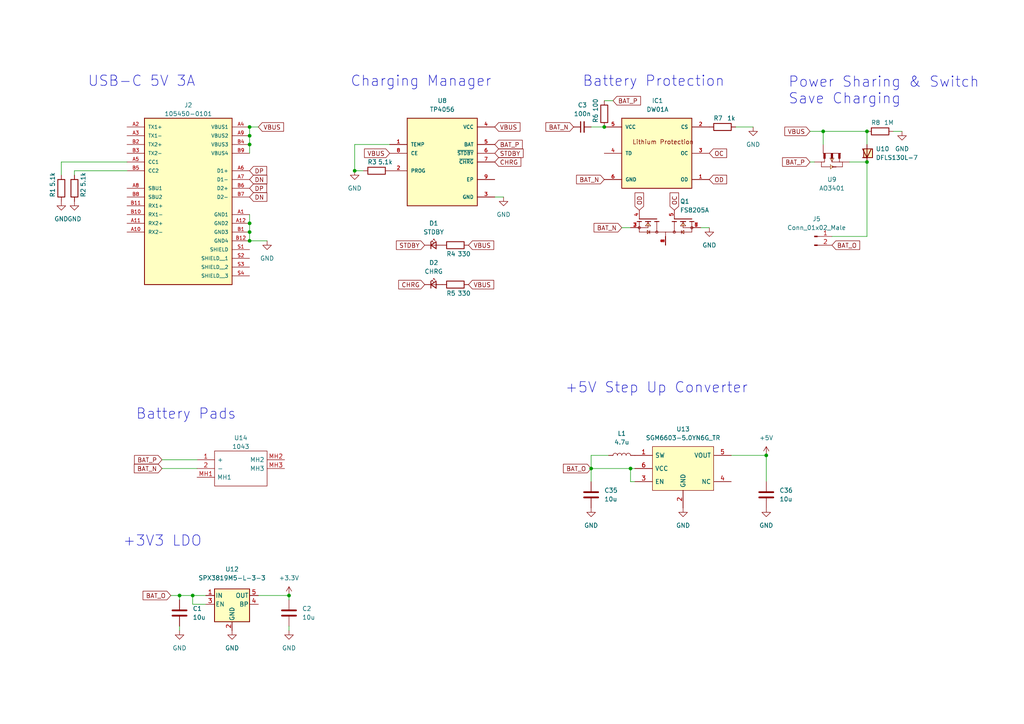
<source format=kicad_sch>
(kicad_sch (version 20230121) (generator eeschema)
  (paper "A4")
  (lib_symbols
    (symbol "1043:1043" (pin_names (offset 0.762))
      (property "Reference" "U" (at 21.59 7.62 0))
      (property "Value" "1043" (at 21.59 5.08 0))
      (symbol "1043_0_0"
        (pin passive line (at 0 0 0) (length 5.08) (name "+") (number "1"))
        (pin passive line (at 0 -2.54 0) (length 5.08) (name "-") (number "2"))
        (pin passive line (at 0 -5.08 0) (length 5.08) (name "MH1") (number "MH1"))
        (pin passive line (at 25.4 0 180) (length 5.08) (name "MH2") (number "MH2"))
        (pin passive line (at 25.4 -2.54 180) (length 5.08) (name "MH3") (number "MH3"))
      )
      (symbol "1043_0_1"
        (polyline (pts (xy 5.08 2.54) (xy 20.32 2.54) (xy 20.32 -7.62) (xy 5.08 -7.62) (xy 5.08 2.54)) (stroke (width 0.1524)))
      )
    )
    (symbol "105450-0101:105450-0101" (pin_names (offset 1.016))
      (property "Reference" "J" (at -12.7254 20.8534 0))
      (property "Value" "105450-0101" (at -12.7254 -30.5308 0))
      (symbol "105450-0101_0_0"
        (rectangle (start -12.7 -27.94) (end 12.7 20.32) (stroke (width 0.254)) (fill (type background)))
        (pin passive line (at 17.78 -7.62 180) (length 5.08) (name "GND1") (number "A1"))
        (pin passive line (at -17.78 -12.7 0) (length 5.08) (name "RX2-") (number "A10"))
        (pin passive line (at -17.78 -10.16 0) (length 5.08) (name "RX2+") (number "A11"))
        (pin passive line (at 17.78 -10.16 180) (length 5.08) (name "GND2") (number "A12"))
        (pin passive line (at -17.78 17.78 0) (length 5.08) (name "TX1+") (number "A2"))
        (pin passive line (at -17.78 15.24 0) (length 5.08) (name "TX1-") (number "A3"))
        (pin passive line (at 17.78 17.78 180) (length 5.08) (name "VBUS1") (number "A4"))
        (pin passive line (at -17.78 7.62 0) (length 5.08) (name "CC1") (number "A5"))
        (pin passive line (at 17.78 5.08 180) (length 5.08) (name "D1+") (number "A6"))
        (pin passive line (at 17.78 2.54 180) (length 5.08) (name "D1-") (number "A7"))
        (pin passive line (at -17.78 0 0) (length 5.08) (name "SBU1") (number "A8"))
        (pin passive line (at 17.78 15.24 180) (length 5.08) (name "VBUS2") (number "A9"))
        (pin passive line (at 17.78 -12.7 180) (length 5.08) (name "GND3") (number "B1"))
        (pin passive line (at -17.78 -7.62 0) (length 5.08) (name "RX1-") (number "B10"))
        (pin passive line (at -17.78 -5.08 0) (length 5.08) (name "RX1+") (number "B11"))
        (pin passive line (at 17.78 -15.24 180) (length 5.08) (name "GND4") (number "B12"))
        (pin passive line (at -17.78 12.7 0) (length 5.08) (name "TX2+") (number "B2"))
        (pin passive line (at -17.78 10.16 0) (length 5.08) (name "TX2-") (number "B3"))
        (pin passive line (at 17.78 12.7 180) (length 5.08) (name "VBUS3") (number "B4"))
        (pin passive line (at -17.78 5.08 0) (length 5.08) (name "CC2") (number "B5"))
        (pin passive line (at 17.78 0 180) (length 5.08) (name "D2+") (number "B6"))
        (pin passive line (at 17.78 -2.54 180) (length 5.08) (name "D2-") (number "B7"))
        (pin passive line (at -17.78 -2.54 0) (length 5.08) (name "SBU2") (number "B8"))
        (pin passive line (at 17.78 10.16 180) (length 5.08) (name "VBUS4") (number "B9"))
        (pin passive line (at 17.78 -17.78 180) (length 5.08) (name "SHIELD") (number "S1"))
        (pin passive line (at 17.78 -20.32 180) (length 5.08) (name "SHIELD__1") (number "S2"))
        (pin passive line (at 17.78 -22.86 180) (length 5.08) (name "SHIELD__2") (number "S3"))
        (pin passive line (at 17.78 -25.4 180) (length 5.08) (name "SHIELD__3") (number "S4"))
      )
    )
    (symbol "AO3401:AO3401" (pin_numbers hide) (pin_names (offset 1.016) hide)
      (property "Reference" "U" (at 0 -2.54 90))
      (property "Value" "AO3401" (at 2.54 -2.54 90))
      (symbol "AO3401_0_0"
        (polyline (pts (xy -0.508 -1.397) (xy 2.159 -1.397)) (stroke (width 0.1524)))
        (polyline (pts (xy -0.508 0) (xy -0.508 -1.397)) (stroke (width 0.1524)))
        (polyline (pts (xy 0 2.54) (xy 5.08 2.54)) (stroke (width 0.1524)))
        (polyline (pts (xy 0.381 0) (xy 0 0)) (stroke (width 0.1524)))
        (polyline (pts (xy 0.381 1.524) (xy 0.381 0)) (stroke (width 0.1524)))
        (polyline (pts (xy 2.54 0) (xy 4.699 0)) (stroke (width 0.1524)))
        (polyline (pts (xy 2.54 1.651) (xy 2.54 0)) (stroke (width 0.1524)))
        (polyline (pts (xy 3.048 -1.397) (xy 5.588 -1.397)) (stroke (width 0.1524)))
        (polyline (pts (xy 4.699 0) (xy 5.08 0)) (stroke (width 0.1524)))
        (polyline (pts (xy 4.699 1.524) (xy 4.699 0)) (stroke (width 0.1524)))
        (polyline (pts (xy 5.588 -1.397) (xy 5.588 0)) (stroke (width 0.1524)))
        (polyline (pts (xy 2.54 0.127) (xy 3.175 1.143) (xy 1.905 1.143) (xy 2.54 0.127)) (stroke (width 0.1016)) (fill (type background)))
        (polyline (pts (xy 3.048 -1.397) (xy 2.032 -0.762) (xy 2.032 -2.032) (xy 3.048 -1.397)) (stroke (width 0.1016)) (fill (type background)))
        (polyline (pts (xy 0.127 2.54) (xy 0.635 2.54) (xy 0.635 1.016) (xy 0.127 1.016) (xy 0.127 2.54)) (fill (type outline)))
        (polyline (pts (xy 2.286 2.54) (xy 2.794 2.54) (xy 2.794 1.016) (xy 2.286 1.016) (xy 2.286 2.54)) (fill (type outline)))
        (polyline (pts (xy 2.4892 -1.3462) (xy 3.7592 -1.3462) (xy 3.7592 -1.4478) (xy 2.4892 -1.4478) (xy 2.4892 -1.3462)) (fill (type outline)))
        (polyline (pts (xy 4.445 2.54) (xy 4.953 2.54) (xy 4.953 1.016) (xy 4.445 1.016) (xy 4.445 2.54)) (fill (type outline)))
        (pin passive line (at 0 5.08 270) (length 2.54) (name "~") (number "1"))
        (pin passive line (at 7.62 0 180) (length 2.54) (name "~") (number "2"))
        (pin passive line (at -2.54 0 0) (length 2.54) (name "~") (number "3"))
      )
    )
    (symbol "Connector:Conn_01x02_Male" (pin_names (offset 1.016) hide)
      (property "Reference" "J" (at 0 2.54 0))
      (property "Value" "Conn_01x02_Male" (at 0 -5.08 0))
      (symbol "Conn_01x02_Male_1_1"
        (polyline (pts (xy 1.27 -2.54) (xy 0.8636 -2.54)) (stroke (width 0.1524)))
        (polyline (pts (xy 1.27 0) (xy 0.8636 0)) (stroke (width 0.1524)))
        (rectangle (start 0.8636 -2.413) (end 0 -2.667) (stroke (width 0.1524)) (fill (type outline)))
        (rectangle (start 0.8636 0.127) (end 0 -0.127) (stroke (width 0.1524)) (fill (type outline)))
        (pin passive line (at 5.08 0 180) (length 3.81) (name "Pin_1") (number "1"))
        (pin passive line (at 5.08 -2.54 180) (length 3.81) (name "Pin_2") (number "2"))
      )
    )
    (symbol "DFLS130L-7:DFLS130L-7" (pin_numbers hide) (pin_names (offset 1.016) hide)
      (property "Reference" "U" (at 2.54 0.4826 0))
      (property "Value" "DFLS130L-7" (at 2.54 -2.3114 0))
      (symbol "DFLS130L-7_0_0"
        (rectangle (start -1.27 -0.9398) (end 1.27 1.6002) (stroke (width 0.254)) (fill (type background)))
        (polyline (pts (xy -1.27 -1.27) (xy 1.27 0)) (stroke (width 0.254)))
        (polyline (pts (xy 1.27 0) (xy -1.27 1.27)) (stroke (width 0.254)))
        (polyline (pts (xy 1.27 0) (xy 1.27 -1.27)) (stroke (width 0.254)))
        (pin passive line (at 2.54 0 180) (length 2.54) (name "~") (number "P$1"))
        (pin passive line (at -2.54 0 0) (length 2.54) (name "~") (number "P$2"))
      )
    )
    (symbol "DW01A:DW01A" (pin_names (offset 1.016))
      (property "Reference" "IC" (at -5.08 11.43 0))
      (property "Value" "DW01A" (at -5.08 -12.7 0))
      (symbol "DW01A_0_0"
        (rectangle (start -10.16 -10.16) (end 10.16 10.16) (stroke (width 0.254)) (fill (type background)))
        (text "Lithium Protection" (at -7.112 2.54 0) (effects (font (size 1.27 1.27)) (justify left bottom)))
        (pin bidirectional line (at 15.24 -7.62 180) (length 5.08) (name "OD") (number "1"))
        (pin bidirectional line (at 15.24 7.62 180) (length 5.08) (name "CS") (number "2"))
        (pin bidirectional line (at 15.24 0 180) (length 5.08) (name "OC") (number "3"))
        (pin bidirectional line (at -15.24 0 0) (length 5.08) (name "TD") (number "4"))
        (pin power_in line (at -15.24 7.62 0) (length 5.08) (name "VCC") (number "5"))
        (pin power_in line (at -15.24 -7.62 0) (length 5.08) (name "GND") (number "6"))
      )
    )
    (symbol "Device:C" (pin_numbers hide) (pin_names (offset 0.254))
      (property "Reference" "C" (at 0.635 2.54 0))
      (property "Value" "C" (at 0.635 -2.54 0))
      (symbol "C_0_1"
        (polyline (pts (xy -2.032 -0.762) (xy 2.032 -0.762)) (stroke (width 0.508)))
        (polyline (pts (xy -2.032 0.762) (xy 2.032 0.762)) (stroke (width 0.508)))
      )
      (symbol "C_1_1"
        (pin passive line (at 0 3.81 270) (length 2.794) (name "~") (number "1"))
        (pin passive line (at 0 -3.81 90) (length 2.794) (name "~") (number "2"))
      )
    )
    (symbol "Device:C_Small" (pin_numbers hide) (pin_names (offset 0.254) hide)
      (property "Reference" "C" (at 0.254 1.778 0))
      (property "Value" "C_Small" (at 0.254 -2.032 0))
      (symbol "C_Small_0_1"
        (polyline (pts (xy -1.524 -0.508) (xy 1.524 -0.508)) (stroke (width 0.3302)))
        (polyline (pts (xy -1.524 0.508) (xy 1.524 0.508)) (stroke (width 0.3048)))
      )
      (symbol "C_Small_1_1"
        (pin passive line (at 0 2.54 270) (length 2.032) (name "~") (number "1"))
        (pin passive line (at 0 -2.54 90) (length 2.032) (name "~") (number "2"))
      )
    )
    (symbol "Device:L" (pin_numbers hide) (pin_names (offset 1.016) hide)
      (property "Reference" "L" (at -1.27 0 90))
      (property "Value" "L" (at 1.905 0 90))
      (symbol "L_0_1"
        (arc (start 0 -2.54) (mid 0.6323 -1.905) (end 0 -1.27))
        (arc (start 0 -1.27) (mid 0.6323 -0.635) (end 0 0))
        (arc (start 0 0) (mid 0.6323 0.635) (end 0 1.27))
        (arc (start 0 1.27) (mid 0.6323 1.905) (end 0 2.54))
      )
      (symbol "L_1_1"
        (pin passive line (at 0 3.81 270) (length 1.27) (name "1") (number "1"))
        (pin passive line (at 0 -3.81 90) (length 1.27) (name "2") (number "2"))
      )
    )
    (symbol "Device:LED_Small" (pin_numbers hide) (pin_names (offset 0.254) hide)
      (property "Reference" "D" (at -1.27 3.175 0))
      (property "Value" "LED_Small" (at -4.445 -2.54 0))
      (symbol "LED_Small_0_1"
        (polyline (pts (xy -0.762 -1.016) (xy -0.762 1.016)) (stroke (width 0.254)))
        (polyline (pts (xy 1.016 0) (xy -0.762 0)))
        (polyline (pts (xy 0.762 -1.016) (xy -0.762 0) (xy 0.762 1.016) (xy 0.762 -1.016)) (stroke (width 0.254)))
        (polyline (pts (xy 0 0.762) (xy -0.508 1.27) (xy -0.254 1.27) (xy -0.508 1.27) (xy -0.508 1.016)))
        (polyline (pts (xy 0.508 1.27) (xy 0 1.778) (xy 0.254 1.778) (xy 0 1.778) (xy 0 1.524)))
      )
      (symbol "LED_Small_1_1"
        (pin passive line (at -2.54 0 0) (length 1.778) (name "K") (number "1"))
        (pin passive line (at 2.54 0 180) (length 1.778) (name "A") (number "2"))
      )
    )
    (symbol "Device:R" (pin_numbers hide) (pin_names (offset 0))
      (property "Reference" "R" (at 2.032 0 90))
      (property "Value" "R" (at 0 0 90))
      (symbol "R_0_1"
        (rectangle (start -1.016 -2.54) (end 1.016 2.54) (stroke (width 0.254)))
      )
      (symbol "R_1_1"
        (pin passive line (at 0 3.81 270) (length 1.27) (name "~") (number "1"))
        (pin passive line (at 0 -3.81 90) (length 1.27) (name "~") (number "2"))
      )
    )
    (symbol "FS8205A:FS8205A" (pin_names (offset 1.016) hide)
      (property "Reference" "Q" (at -11.43 7.62 0))
      (property "Value" "FS8205A" (at -11.43 -12.7 0))
      (symbol "FS8205A_0_0"
        (circle (center 0 -7.62) (radius 0.3556))
        (polyline (pts (xy -2.54 -2.54) (xy -2.54 -7.62)) (stroke (width 0.254)))
        (polyline (pts (xy -2.54 7.62) (xy -2.54 2.54)) (stroke (width 0.254)))
        (polyline (pts (xy -1.778 -7.62) (xy -1.778 -8.255)) (stroke (width 0.254)))
        (polyline (pts (xy -1.778 -6.985) (xy -1.778 -7.62)) (stroke (width 0.254)))
        (polyline (pts (xy -1.778 -5.08) (xy -1.778 -5.842)) (stroke (width 0.254)))
        (polyline (pts (xy -1.778 -5.08) (xy 0 -5.08)) (stroke (width 0.1524)))
        (polyline (pts (xy -1.778 -4.318) (xy -1.778 -5.08)) (stroke (width 0.254)))
        (polyline (pts (xy -1.778 -2.54) (xy -1.778 -3.175)) (stroke (width 0.254)))
        (polyline (pts (xy -1.778 -2.54) (xy 1.27 -2.54)) (stroke (width 0.1524)))
        (polyline (pts (xy -1.778 -1.905) (xy -1.778 -2.54)) (stroke (width 0.254)))
        (polyline (pts (xy -1.778 2.54) (xy -1.778 1.905)) (stroke (width 0.254)))
        (polyline (pts (xy -1.778 3.175) (xy -1.778 2.54)) (stroke (width 0.254)))
        (polyline (pts (xy -1.778 5.08) (xy -1.778 4.318)) (stroke (width 0.254)))
        (polyline (pts (xy -1.778 5.08) (xy 0 5.08)) (stroke (width 0.1524)))
        (polyline (pts (xy -1.778 5.842) (xy -1.778 5.08)) (stroke (width 0.254)))
        (polyline (pts (xy -1.778 7.62) (xy -1.778 6.985)) (stroke (width 0.254)))
        (polyline (pts (xy -1.778 7.62) (xy 1.27 7.62)) (stroke (width 0.1524)))
        (polyline (pts (xy -1.778 8.255) (xy -1.778 7.62)) (stroke (width 0.254)))
        (polyline (pts (xy 0 -7.62) (xy -1.778 -7.62)) (stroke (width 0.1524)))
        (polyline (pts (xy 0 -7.62) (xy 1.27 -7.62)) (stroke (width 0.1524)))
        (polyline (pts (xy 0 -5.08) (xy 0 -7.62)) (stroke (width 0.1524)))
        (polyline (pts (xy 0 7.62) (xy 0 5.08)) (stroke (width 0.1524)))
        (polyline (pts (xy 0.762 4.572) (xy 1.27 4.572)) (stroke (width 0.1524)))
        (polyline (pts (xy 1.27 -4.572) (xy 0.762 -4.572)) (stroke (width 0.1524)))
        (polyline (pts (xy 1.27 -4.572) (xy 1.27 -7.62)) (stroke (width 0.1524)))
        (polyline (pts (xy 1.27 -2.54) (xy 1.27 -4.572)) (stroke (width 0.1524)))
        (polyline (pts (xy 1.27 -2.54) (xy 1.27 0)) (stroke (width 0.1524)))
        (polyline (pts (xy 1.27 0) (xy 1.27 2.54)) (stroke (width 0.1524)))
        (polyline (pts (xy 1.27 0) (xy 2.54 0)) (stroke (width 0.1524)))
        (polyline (pts (xy 1.27 2.54) (xy -1.778 2.54)) (stroke (width 0.1524)))
        (polyline (pts (xy 1.27 2.54) (xy 1.27 4.572)) (stroke (width 0.1524)))
        (polyline (pts (xy 1.27 4.572) (xy 1.27 7.62)) (stroke (width 0.1524)))
        (polyline (pts (xy 1.27 4.572) (xy 1.778 4.572)) (stroke (width 0.1524)))
        (polyline (pts (xy 1.778 -4.572) (xy 1.27 -4.572)) (stroke (width 0.1524)))
        (polyline (pts (xy -1.524 -5.08) (xy -0.508 -4.318) (xy -0.508 -5.842) (xy -1.524 -5.08)) (stroke (width 0.1524)) (fill (type background)))
        (polyline (pts (xy -1.524 5.08) (xy -0.508 5.842) (xy -0.508 4.318) (xy -1.524 5.08)) (stroke (width 0.1524)) (fill (type background)))
        (polyline (pts (xy 1.27 -4.572) (xy 0.762 -5.334) (xy 1.778 -5.334) (xy 1.27 -4.572)) (stroke (width 0.1524)) (fill (type background)))
        (polyline (pts (xy 1.27 4.572) (xy 1.778 5.334) (xy 0.762 5.334) (xy 1.27 4.572)) (stroke (width 0.1524)) (fill (type background)))
        (circle (center 0 7.62) (radius 0.3556))
        (circle (center 1.27 -2.54) (radius 0.3556))
        (circle (center 1.27 2.54) (radius 0.3556))
        (pin passive line (at 5.08 0 180) (length 2.54) (name "~") (number "1"))
        (pin passive line (at 0 -10.16 90) (length 2.54) (name "~") (number "2"))
        (pin passive line (at 0 -10.16 90) (length 2.54) (name "~") (number "3"))
        (pin passive line (at -5.08 -7.62 0) (length 2.54) (name "~") (number "4"))
        (pin passive line (at -5.08 2.54 0) (length 2.54) (name "~") (number "5"))
        (pin passive line (at 0 10.16 270) (length 2.54) (name "~") (number "6"))
        (pin passive line (at 0 10.16 270) (length 2.54) (name "~") (number "7"))
        (pin passive line (at 5.08 0 180) (length 2.54) (name "~") (number "8"))
      )
    )
    (symbol "New_Library:SGM6603-5.0YN6G_TR" (pin_names (offset 0.762))
      (property "Reference" "U?" (at 13.97 7.62 0))
      (property "Value" "SGM6603-5.0YN6G_TR" (at 13.97 5.08 0))
      (symbol "SGM6603-5.0YN6G_TR_0_0"
        (pin passive line (at 0 0 0) (length 5.08) (name "SW") (number "1"))
        (pin passive line (at 13.97 -15.24 90) (length 5.08) (name "GND") (number "2"))
        (pin passive line (at 0 -7.62 0) (length 5.08) (name "EN") (number "3"))
        (pin passive line (at 27.94 -7.62 180) (length 5.08) (name "NC") (number "4"))
        (pin passive line (at 27.94 0 180) (length 5.08) (name "VOUT") (number "5"))
        (pin passive line (at 0 -3.81 0) (length 5.08) (name "VCC") (number "6"))
      )
      (symbol "SGM6603-5.0YN6G_TR_0_1"
        (polyline (pts (xy 5.08 2.54) (xy 22.86 2.54) (xy 22.86 -10.16) (xy 5.08 -10.16) (xy 5.08 2.54)) (stroke (width 0.1524)) (fill (type background)))
      )
    )
    (symbol "Regulator_Linear:SPX3819M5-L-3-3" (pin_names (offset 0.254))
      (property "Reference" "U" (at -3.81 5.715 0))
      (property "Value" "SPX3819M5-L-3-3" (at 0 5.715 0))
      (symbol "SPX3819M5-L-3-3_0_1"
        (rectangle (start -5.08 4.445) (end 5.08 -5.08) (stroke (width 0.254)) (fill (type background)))
      )
      (symbol "SPX3819M5-L-3-3_1_1"
        (pin power_in line (at -7.62 2.54 0) (length 2.54) (name "IN") (number "1"))
        (pin power_in line (at 0 -7.62 90) (length 2.54) (name "GND") (number "2"))
        (pin input line (at -7.62 0 0) (length 2.54) (name "EN") (number "3"))
        (pin input line (at 7.62 0 180) (length 2.54) (name "BP") (number "4"))
        (pin power_out line (at 7.62 2.54 180) (length 2.54) (name "OUT") (number "5"))
      )
    )
    (symbol "TP4056:TP4056" (pin_names (offset 1.016))
      (property "Reference" "U" (at -10.16 13.208 0))
      (property "Value" "TP4056" (at -10.16 -15.24 0))
      (symbol "TP4056_0_0"
        (rectangle (start -10.16 -12.7) (end 10.16 12.7) (stroke (width 0.254)) (fill (type background)))
        (pin input line (at -15.24 5.08 0) (length 5.08) (name "TEMP") (number "1"))
        (pin bidirectional line (at -15.24 -2.54 0) (length 5.08) (name "PROG") (number "2"))
        (pin power_in line (at 15.24 -10.16 180) (length 5.08) (name "GND") (number "3"))
        (pin power_in line (at 15.24 10.16 180) (length 5.08) (name "VCC") (number "4"))
        (pin output line (at 15.24 5.08 180) (length 5.08) (name "BAT") (number "5"))
        (pin output line (at 15.24 2.54 180) (length 5.08) (name "~{STDBY}") (number "6"))
        (pin output line (at 15.24 0 180) (length 5.08) (name "~{CHRG}") (number "7"))
        (pin input line (at -15.24 2.54 0) (length 5.08) (name "CE") (number "8"))
        (pin passive line (at 15.24 -5.08 180) (length 5.08) (name "EP") (number "9"))
      )
    )
    (symbol "power:+3.3V" (power) (pin_names (offset 0))
      (property "Value" "+3.3V" (at 0 3.556 0))
      (symbol "+3.3V_0_1"
        (polyline (pts (xy -0.762 1.27) (xy 0 2.54)))
        (polyline (pts (xy 0 0) (xy 0 2.54)))
        (polyline (pts (xy 0 2.54) (xy 0.762 1.27)))
      )
      (symbol "+3.3V_1_1"
        (pin power_in line (at 0 0 90) (length 0) hide (name "+3.3V") (number "1"))
      )
    )
    (symbol "power:+5V" (power) (pin_names (offset 0))
      (property "Value" "+5V" (at 0 3.556 0))
      (symbol "+5V_0_1"
        (polyline (pts (xy -0.762 1.27) (xy 0 2.54)))
        (polyline (pts (xy 0 0) (xy 0 2.54)))
        (polyline (pts (xy 0 2.54) (xy 0.762 1.27)))
      )
      (symbol "+5V_1_1"
        (pin power_in line (at 0 0 90) (length 0) hide (name "+5V") (number "1"))
      )
    )
    (symbol "power:GND" (power) (pin_names (offset 0))
      (property "Value" "GND" (at 0 -3.81 0))
      (symbol "GND_0_1"
        (polyline (pts (xy 0 0) (xy 0 -1.27) (xy 1.27 -1.27) (xy 0 -2.54) (xy -1.27 -1.27) (xy 0 -1.27)))
      )
      (symbol "GND_1_1"
        (pin power_in line (at 0 0 270) (length 0) hide (name "GND") (number "1"))
      )
    )
  )
  (junction (at 251.46 46.99))
  (junction (at 55.88 172.72))
  (junction (at 222.25 132.08))
  (junction (at 72.39 41.91))
  (junction (at 182.88 135.89))
  (junction (at 251.46 38.1))
  (junction (at 83.82 172.72))
  (junction (at 72.39 64.77))
  (junction (at 171.45 135.89))
  (junction (at 52.07 172.72))
  (junction (at 175.26 36.83))
  (junction (at 72.39 39.37))
  (junction (at 72.39 36.83))
  (junction (at 238.76 38.1))
  (junction (at 102.87 49.53))
  (junction (at 72.39 69.85))
  (junction (at 72.39 67.31))
  (wire (pts (xy 72.39 39.37) (xy 72.39 41.91)))
  (wire (pts (xy 17.78 46.99) (xy 36.83 46.99)))
  (wire (pts (xy 17.78 46.99) (xy 17.78 50.8)))
  (wire (pts (xy 83.82 172.72) (xy 83.82 173.99)))
  (wire (pts (xy 222.25 139.7) (xy 222.25 132.08)))
  (wire (pts (xy 72.39 62.23) (xy 72.39 64.77)))
  (wire (pts (xy 182.88 139.7) (xy 182.88 135.89)))
  (wire (pts (xy 171.45 36.83) (xy 175.26 36.83)))
  (wire (pts (xy 52.07 172.72) (xy 55.88 172.72)))
  (wire (pts (xy 55.88 175.26) (xy 55.88 172.72)))
  (wire (pts (xy 212.09 132.08) (xy 222.25 132.08)))
  (wire (pts (xy 102.87 41.91) (xy 102.87 49.53)))
  (wire (pts (xy 21.59 50.8) (xy 21.59 49.53)))
  (wire (pts (xy 251.46 46.99) (xy 251.46 68.58)))
  (wire (pts (xy 171.45 132.08) (xy 176.53 132.08)))
  (wire (pts (xy 177.8 29.21) (xy 175.26 29.21)))
  (wire (pts (xy 143.51 57.15) (xy 146.05 57.15)))
  (wire (pts (xy 72.39 67.31) (xy 72.39 69.85)))
  (wire (pts (xy 246.38 46.99) (xy 251.46 46.99)))
  (wire (pts (xy 49.53 172.72) (xy 52.07 172.72)))
  (wire (pts (xy 234.95 46.99) (xy 236.22 46.99)))
  (wire (pts (xy 203.2 66.04) (xy 205.74 66.04)))
  (wire (pts (xy 72.39 36.83) (xy 74.93 36.83)))
  (wire (pts (xy 113.03 41.91) (xy 102.87 41.91)))
  (wire (pts (xy 74.93 172.72) (xy 83.82 172.72)))
  (wire (pts (xy 72.39 41.91) (xy 72.39 44.45)))
  (wire (pts (xy 46.99 135.89) (xy 57.15 135.89)))
  (wire (pts (xy 259.08 38.1) (xy 261.62 38.1)))
  (wire (pts (xy 241.3 68.58) (xy 251.46 68.58)))
  (wire (pts (xy 251.46 41.91) (xy 251.46 38.1)))
  (wire (pts (xy 171.45 135.89) (xy 171.45 132.08)))
  (wire (pts (xy 213.36 36.83) (xy 218.44 36.83)))
  (wire (pts (xy 46.99 133.35) (xy 57.15 133.35)))
  (wire (pts (xy 180.34 66.04) (xy 182.88 66.04)))
  (wire (pts (xy 52.07 173.99) (xy 52.07 172.72)))
  (wire (pts (xy 55.88 172.72) (xy 59.69 172.72)))
  (wire (pts (xy 238.76 38.1) (xy 234.95 38.1)))
  (wire (pts (xy 72.39 64.77) (xy 72.39 67.31)))
  (wire (pts (xy 83.82 181.61) (xy 83.82 182.88)))
  (wire (pts (xy 238.76 38.1) (xy 238.76 41.91)))
  (wire (pts (xy 102.87 49.53) (xy 105.41 49.53)))
  (wire (pts (xy 72.39 36.83) (xy 72.39 39.37)))
  (wire (pts (xy 182.88 135.89) (xy 184.15 135.89)))
  (wire (pts (xy 251.46 38.1) (xy 238.76 38.1)))
  (wire (pts (xy 72.39 69.85) (xy 77.47 69.85)))
  (wire (pts (xy 59.69 175.26) (xy 55.88 175.26)))
  (wire (pts (xy 52.07 181.61) (xy 52.07 182.88)))
  (wire (pts (xy 171.45 139.7) (xy 171.45 135.89)))
  (wire (pts (xy 171.45 135.89) (xy 182.88 135.89)))
  (wire (pts (xy 184.15 139.7) (xy 182.88 139.7)))
  (wire (pts (xy 21.59 49.53) (xy 36.83 49.53)))
  (text "Power Sharing & Switch\nSave Charging" (at 228.6 30.48 0) (effects (font (size 3 3)) (justify left bottom)))
  (text "+5V Step Up Converter\n" (at 163.83 114.3 0) (effects (font (size 3 3)) (justify left bottom)))
  (text "Battery Pads" (at 39.37 121.92 0) (effects (font (size 3 3)) (justify left bottom)))
  (text "+3V3 LDO\n" (at 35.56 158.75 0) (effects (font (size 3 3)) (justify left bottom)))
  (text "Battery Protection" (at 168.91 25.4 0) (effects (font (size 3 3)) (justify left bottom)))
  (text "Charging Manager" (at 101.6 25.4 0) (effects (font (size 3 3)) (justify left bottom)))
  (text "USB-C 5V 3A" (at 25.4 25.4 0) (effects (font (size 3 3)) (justify left bottom)))
  (global_label "BAT_P" (shape input) (at 234.95 46.99 180) (property "Intersheetrefs" "${INTERSHEET_REFS}" (effects hide)))
  (global_label "DP" (shape input) (at 72.39 49.53 0) (property "Intersheetrefs" "${INTERSHEET_REFS}" (effects hide)))
  (global_label "BAT_O" (shape input) (at 241.3 71.12 0) (property "Intersheetrefs" "${INTERSHEET_REFS}" (effects hide)))
  (global_label "OD" (shape input) (at 185.42 60.96 90) (property "Intersheetrefs" "${INTERSHEET_REFS}" (effects hide)))
  (global_label "VBUS" (shape input) (at 135.89 82.55 0) (property "Intersheetrefs" "${INTERSHEET_REFS}" (effects hide)))
  (global_label "DN" (shape input) (at 72.39 52.07 0) (property "Intersheetrefs" "${INTERSHEET_REFS}" (effects hide)))
  (global_label "VBUS" (shape input) (at 74.93 36.83 0) (property "Intersheetrefs" "${INTERSHEET_REFS}" (effects hide)))
  (global_label "BAT_N" (shape input) (at 180.34 66.04 180) (property "Intersheetrefs" "${INTERSHEET_REFS}" (effects hide)))
  (global_label "STDBY" (shape input) (at 143.51 44.45 0) (property "Intersheetrefs" "${INTERSHEET_REFS}" (effects hide)))
  (global_label "VBUS" (shape input) (at 113.03 44.45 180) (property "Intersheetrefs" "${INTERSHEET_REFS}" (effects hide)))
  (global_label "BAT_N" (shape input) (at 175.26 52.07 180) (property "Intersheetrefs" "${INTERSHEET_REFS}" (effects hide)))
  (global_label "BAT_N" (shape input) (at 166.37 36.83 180) (property "Intersheetrefs" "${INTERSHEET_REFS}" (effects hide)))
  (global_label "BAT_N" (shape input) (at 46.99 135.89 180) (property "Intersheetrefs" "${INTERSHEET_REFS}" (effects hide)))
  (global_label "OC" (shape input) (at 205.74 44.45 0) (property "Intersheetrefs" "${INTERSHEET_REFS}" (effects hide)))
  (global_label "OD" (shape input) (at 205.74 52.07 0) (property "Intersheetrefs" "${INTERSHEET_REFS}" (effects hide)))
  (global_label "VBUS" (shape input) (at 234.95 38.1 180) (property "Intersheetrefs" "${INTERSHEET_REFS}" (effects hide)))
  (global_label "VBUS" (shape input) (at 143.51 36.83 0) (property "Intersheetrefs" "${INTERSHEET_REFS}" (effects hide)))
  (global_label "DP" (shape input) (at 72.39 54.61 0) (property "Intersheetrefs" "${INTERSHEET_REFS}" (effects hide)))
  (global_label "VBUS" (shape input) (at 135.89 71.12 0) (property "Intersheetrefs" "${INTERSHEET_REFS}" (effects hide)))
  (global_label "OC" (shape input) (at 195.58 60.96 90) (property "Intersheetrefs" "${INTERSHEET_REFS}" (effects hide)))
  (global_label "BAT_O" (shape input) (at 171.45 135.89 180) (property "Intersheetrefs" "${INTERSHEET_REFS}" (effects hide)))
  (global_label "BAT_O" (shape input) (at 49.53 172.72 180) (property "Intersheetrefs" "${INTERSHEET_REFS}" (effects hide)))
  (global_label "CHRG" (shape input) (at 143.51 46.99 0) (property "Intersheetrefs" "${INTERSHEET_REFS}" (effects hide)))
  (global_label "BAT_P" (shape input) (at 177.8 29.21 0) (property "Intersheetrefs" "${INTERSHEET_REFS}" (effects hide)))
  (global_label "STDBY" (shape input) (at 123.19 71.12 180) (property "Intersheetrefs" "${INTERSHEET_REFS}" (effects hide)))
  (global_label "BAT_P" (shape input) (at 143.51 41.91 0) (property "Intersheetrefs" "${INTERSHEET_REFS}" (effects hide)))
  (global_label "BAT_P" (shape input) (at 46.99 133.35 180) (property "Intersheetrefs" "${INTERSHEET_REFS}" (effects hide)))
  (global_label "CHRG" (shape input) (at 123.19 82.55 180) (property "Intersheetrefs" "${INTERSHEET_REFS}" (effects hide)))
  (global_label "DN" (shape input) (at 72.39 57.15 0) (property "Intersheetrefs" "${INTERSHEET_REFS}" (effects hide)))
  (symbol (lib_id "FS8205A:FS8205A") (at 193.04 66.04 270) (unit 1)
    (property "Reference" "Q1" (at 197.2311 58.42 90) (effects (justify left)))
    (property "Value" "FS8205A" (at 197.2311 60.96 90) (effects (justify left)))
    (property "Footprint" "SnapEDA Library:SOP65P640X120-8N" (effects hide))
    (property "MANUFACTURER" "Fortune Semiconductor" (effects hide))
    (property "STANDARD" "IPC 7351B" (effects hide))
    (property "PARTREV" "1.7" (effects hide))
    (property "MAXIMUM_PACKAGE_HEIGHT" "1.2mm" (effects hide))
    (property "Note" "https://www.lcsc.com/product-detail/MOSFETs_Fortune-Semicon-FS8205A_C16052.html" (effects hide))
    (property "vendor" "C16052" (effects hide))
    (property "Vendor" "C16052" (effects hide))
    (property "LCSC" "C16052" (effects hide))
  )
  (symbol (lib_id "power:GND") (at 261.62 38.1 0) (unit 1)
    (property "Reference" "#PWR0116" (effects hide))
    (property "Value" "GND" (at 261.62 43.18 0))
  )
  (symbol (lib_id "power:+5V") (at 222.25 132.08 0) (unit 1)
    (property "Reference" "#PWR08" (effects hide))
    (property "Value" "+5V" (at 222.25 127 0))
  )
  (symbol (lib_id "power:+3.3V") (at 83.82 172.72 0) (unit 1)
    (property "Reference" "#PWR04" (effects hide))
    (property "Value" "+3.3V" (at 83.82 167.64 0))
  )
  (symbol (lib_id "power:GND") (at 205.74 66.04 0) (unit 1)
    (property "Reference" "#PWR0109" (effects hide))
    (property "Value" "GND" (at 205.74 71.12 0))
  )
  (symbol (lib_id "Device:C") (at 222.25 143.51 0) (unit 1)
    (property "Reference" "C36" (at 226.06 142.2399 0) (effects (justify left)))
    (property "Value" "10u" (at 226.06 144.7799 0) (effects (justify left)))
    (property "Footprint" "Capacitor_SMD:C_0402_1005Metric" (effects hide))
    (property "Note" "https://www.lcsc.com/product-detail/Multilayer-Ceramic-Capacitors-MLCC-SMD-SMT_Samsung-Electro-Mechanics-CL05A106MQ5NUNC_C15525.html" (effects hide))
    (property "vendor" "C1691" (effects hide))
    (property "Vendor" "C1691" (effects hide))
    (property "LCSC" "C15525" (effects hide))
  )
  (symbol (lib_id "power:GND") (at 77.47 69.85 0) (unit 1)
    (property "Reference" "#PWR016" (effects hide))
    (property "Value" "GND" (at 77.47 74.93 0))
  )
  (symbol (lib_id "power:GND") (at 21.59 58.42 0) (unit 1)
    (property "Reference" "#PWR015" (effects hide))
    (property "Value" "GND" (at 21.59 63.5 0))
  )
  (symbol (lib_id "power:GND") (at 83.82 182.88 0) (unit 1)
    (property "Reference" "#PWR05" (effects hide))
    (property "Value" "GND" (at 83.82 187.96 0))
  )
  (symbol (lib_id "Device:C") (at 171.45 143.51 0) (unit 1)
    (property "Reference" "C35" (at 175.26 142.2399 0) (effects (justify left)))
    (property "Value" "10u" (at 175.26 144.7799 0) (effects (justify left)))
    (property "Footprint" "Capacitor_SMD:C_0402_1005Metric" (effects hide))
    (property "Note" "https://www.lcsc.com/product-detail/Multilayer-Ceramic-Capacitors-MLCC-SMD-SMT_Samsung-Electro-Mechanics-CL05A106MQ5NUNC_C15525.html" (effects hide))
    (property "vendor" "C1691" (effects hide))
    (property "Vendor" "C1691" (effects hide))
    (property "LCSC" "C15525" (effects hide))
  )
  (symbol (lib_id "power:GND") (at 17.78 58.42 0) (unit 1)
    (property "Reference" "#PWR0114" (effects hide))
    (property "Value" "GND" (at 17.78 63.5 0))
  )
  (symbol (lib_id "power:GND") (at 198.12 147.32 0) (unit 1)
    (property "Reference" "#PWR07" (effects hide))
    (property "Value" "GND" (at 198.12 152.4 0))
  )
  (symbol (lib_id "power:GND") (at 171.45 147.32 0) (unit 1)
    (property "Reference" "#PWR06" (effects hide))
    (property "Value" "GND" (at 171.45 152.4 0))
  )
  (symbol (lib_id "Device:R") (at 132.08 71.12 90) (unit 1)
    (property "Reference" "R4" (at 130.81 73.66 90))
    (property "Value" "330" (at 134.62 73.66 90))
    (property "Footprint" "Resistor_SMD:R_0201_0603Metric" (effects hide))
    (property "Note" "https://www.lcsc.com/product-detail/Chip-Resistor-Surface-Mount_YAGEO-RC0201DR-07330RL_C851717.html" (effects hide))
    (property "vendor" "C105881" (effects hide))
    (property "Vendor" "C105881" (effects hide))
    (property "LCSC" "C851717" (effects hide))
  )
  (symbol (lib_id "Device:C") (at 52.07 177.8 0) (unit 1)
    (property "Reference" "C1" (at 55.88 176.5299 0) (effects (justify left)))
    (property "Value" "10u" (at 55.88 179.0699 0) (effects (justify left)))
    (property "Footprint" "Capacitor_SMD:C_0402_1005Metric" (effects hide))
    (property "Note" "https://www.lcsc.com/product-detail/Multilayer-Ceramic-Capacitors-MLCC-SMD-SMT_Samsung-Electro-Mechanics-CL05A106MQ5NUNC_C15525.html" (effects hide))
    (property "vendor" "C1691" (effects hide))
    (property "Vendor" "C1691" (effects hide))
    (property "LCSC" "C15525" (effects hide))
  )
  (symbol (lib_id "power:GND") (at 146.05 57.15 0) (unit 1)
    (property "Reference" "#PWR0110" (effects hide))
    (property "Value" "GND" (at 146.05 62.23 0))
  )
  (symbol (lib_id "Device:R") (at 17.78 54.61 180) (unit 1)
    (property "Reference" "R1" (at 15.24 55.88 90))
    (property "Value" "5.1k" (at 15.24 52.07 90))
    (property "Footprint" "Resistor_SMD:R_0201_0603Metric" (effects hide))
    (property "Note" "https://www.lcsc.com/product-detail/Chip-Resistor-Surface-Mount_YAGEO-RC0201FR-075K1L_C274341.html" (effects hide))
    (property "vendor" "C23186" (effects hide))
    (property "Vendor" "C23186" (effects hide))
    (property "LCSC" "C274341" (effects hide))
  )
  (symbol (lib_id "power:GND") (at 222.25 147.32 0) (unit 1)
    (property "Reference" "#PWR09" (effects hide))
    (property "Value" "GND" (at 222.25 152.4 0))
  )
  (symbol (lib_id "TP4056:TP4056") (at 128.27 46.99 0) (unit 1)
    (property "Reference" "U8" (at 128.27 29.21 0))
    (property "Value" "TP4056" (at 128.27 31.75 0))
    (property "Footprint" "SnapEDA Library:SOP127P600X175-9N" (effects hide))
    (property "MANUFACTURER" "NanJing Top Power ASIC Corp." (effects hide))
    (property "STANDARD" "IPC 7351B" (effects hide))
    (property "MAXIMUM_PACKAGE_HEIGHT" "1.75mm" (effects hide))
    (property "Note" "https://www.lcsc.com/product-detail/Battery-Management-ICs_UMW-Youtai-Semiconductor-Co-Ltd-TP4056_C725790.html" (effects hide))
    (property "vendor" "C725790" (effects hide))
    (property "Vendor" "C725790" (effects hide))
    (property "LCSC" "C725790" (effects hide))
  )
  (symbol (lib_id "power:GND") (at 102.87 49.53 0) (unit 1)
    (property "Reference" "#PWR0113" (effects hide))
    (property "Value" "GND" (at 102.87 54.61 0))
  )
  (symbol (lib_id "Device:R") (at 175.26 33.02 180) (unit 1)
    (property "Reference" "R6" (at 172.72 34.29 90))
    (property "Value" "100" (at 172.72 30.48 90))
    (property "Footprint" "Resistor_SMD:R_0201_0603Metric" (effects hide))
    (property "Note" "https://www.lcsc.com/product-detail/Chip-Resistor-Surface-Mount_YAGEO-RC0201FR-07100RL_C77623.html" (effects hide))
    (property "vendor" "C105588" (effects hide))
    (property "Vendor" "C105588" (effects hide))
    (property "LCSC" "C77623" (effects hide))
  )
  (symbol (lib_id "New_Library:SGM6603-5.0YN6G_TR") (at 184.15 132.08 0) (unit 1)
    (property "Reference" "U13" (at 198.12 124.46 0))
    (property "Value" "SGM6603-5.0YN6G_TR" (at 198.12 127 0))
    (property "Footprint" "SnapEDA Library:SOT23-6" (effects hide))
    (property "Datasheet" "https://pdf1.alldatasheet.com/datasheet-pdf/view/1059319/SGMICRO/SGM6603-5.0YN6G/TR.html" (effects hide))
    (property "Description" "SGM6603-5.0YN6G/TR" (effects hide))
    (property "Height" "1.25" (effects hide))
    (property "Manufacturer_Name" "SG-MICRO" (effects hide))
    (property "Manufacturer_Part_Number" "SGM6603-5.0YN6G/TR" (effects hide))
    (property "Note" "https://www.lcsc.com/product-detail/Others_SG-Micro-SGM6603-5-0YN6G-TR_C79689.html?gclid=CjwKCAiAjPyfBhBMEiwAB2CCIssFY6xa9nyitPNGzmt3SpzAawPaFcm_Psmj30v4B47qhy8hBVX7rRoCaukQAvD_BwE" (effects hide))
    (property "vendor" "C79689" (effects hide))
    (property "Vendor" "C79689" (effects hide))
    (property "LCSC" "C79689" (effects hide))
  )
  (symbol (lib_id "Connector:Conn_01x02_Male") (at 236.22 68.58 0) (unit 1)
    (property "Reference" "J5" (at 236.855 63.5 0))
    (property "Value" "Conn_01x02_Male" (at 236.855 66.04 0))
    (property "Footprint" "Connector_PinHeader_2.54mm:PinHeader_1x02_P2.54mm_Vertical" (effects hide))
  )
  (symbol (lib_id "Device:R") (at 21.59 54.61 180) (unit 1)
    (property "Reference" "R2" (at 24.13 55.88 90))
    (property "Value" "5.1k" (at 24.13 52.07 90))
    (property "Footprint" "Resistor_SMD:R_0201_0603Metric" (effects hide))
    (property "Note" "https://www.lcsc.com/product-detail/Chip-Resistor-Surface-Mount_YAGEO-RC0201FR-075K1L_C274341.html" (effects hide))
    (property "vendor" "C23186" (effects hide))
    (property "Vendor" "C23186" (effects hide))
    (property "LCSC" "C274341" (effects hide))
  )
  (symbol (lib_id "DW01A:DW01A") (at 190.5 44.45 0) (unit 1)
    (property "Reference" "IC1" (at 190.7094 29.21 0))
    (property "Value" "DW01A" (at 190.7094 31.75 0))
    (property "Footprint" "SnapEDA Library:SOT23-6" (effects hide))
    (property "MPN" "DW01A" (effects hide))
    (property "LCSC" "C351410" (effects hide))
    (property "VALUE" "DW01A" (effects hide))
    (property "Note" "https://www.lcsc.com/product-detail/Battery-Management-ICs_PUOLOP-DW01A_C351410.html" (effects hide))
    (property "vendor" "C351410" (effects hide))
    (property "Vendor" "C351410" (effects hide))
  )
  (symbol (lib_id "Device:R") (at 209.55 36.83 90) (unit 1)
    (property "Reference" "R7" (at 208.28 34.29 90))
    (property "Value" "1k" (at 212.09 34.29 90))
    (property "Footprint" "Resistor_SMD:R_0201_0603Metric" (effects hide))
    (property "Note" "https://www.lcsc.com/product-detail/Chip-Resistor-Surface-Mount_YAGEO-RC0201FR-071KL_C138165.html" (effects hide))
    (property "vendor" "C21190" (effects hide))
    (property "Vendor" "C21190" (effects hide))
    (property "LCSC" "C138165" (effects hide))
  )
  (symbol (lib_id "Device:R") (at 132.08 82.55 90) (unit 1)
    (property "Reference" "R5" (at 130.81 85.09 90))
    (property "Value" "330" (at 134.62 85.09 90))
    (property "Footprint" "Resistor_SMD:R_0201_0603Metric" (effects hide))
    (property "Note" "https://www.lcsc.com/product-detail/Chip-Resistor-Surface-Mount_YAGEO-RC0201DR-07330RL_C851717.html" (effects hide))
    (property "vendor" "C105881" (effects hide))
    (property "Vendor" "C105881" (effects hide))
    (property "LCSC" "C851717" (effects hide))
  )
  (symbol (lib_id "Regulator_Linear:SPX3819M5-L-3-3") (at 67.31 175.26 0) (unit 1)
    (property "Reference" "U12" (at 67.31 165.1 0))
    (property "Value" "SPX3819M5-L-3-3" (at 67.31 167.64 0))
    (property "Footprint" "Package_TO_SOT_SMD:SOT-23-5" (effects hide))
    (property "Datasheet" "https://www.exar.com/content/document.ashx?id=22106&languageid=1033&type=Datasheet&partnumber=SPX3819&filename=SPX3819.pdf&part=SPX3819" (effects hide))
    (property "Note" "https://www.lcsc.com/product-detail/Linear-Voltage-Regulators-LDO_MaxLinear-SPX3819M5-L-3-3-TR_C9055.html" (effects hide))
    (property "vendor" "C9055" (effects hide))
    (property "Vendor" "C9055" (effects hide))
    (property "LCSC" "C9055" (effects hide))
  )
  (symbol (lib_id "Device:R") (at 109.22 49.53 90) (unit 1)
    (property "Reference" "R3" (at 107.95 46.99 90))
    (property "Value" "5.1k" (at 111.76 46.99 90))
    (property "Footprint" "Resistor_SMD:R_0201_0603Metric" (effects hide))
    (property "Note" "https://www.lcsc.com/product-detail/Chip-Resistor-Surface-Mount_YAGEO-RC0201FR-075K1L_C274341.html" (effects hide))
    (property "vendor" "C23186" (effects hide))
    (property "Vendor" "C23186" (effects hide))
    (property "LCSC" "C274341" (effects hide))
  )
  (symbol (lib_id "Device:L") (at 180.34 132.08 90) (unit 1)
    (property "Reference" "L1" (at 180.34 125.73 90))
    (property "Value" "4.7u" (at 180.34 128.27 90))
    (property "Footprint" "Inductor_SMD:L_0603_1608Metric" (effects hide))
    (property "Note" "https://www.lcsc.com/product-detail/Inductors-SMD_Sunlord-SDFL1608Q4R7KTF_C1034.html" (effects hide))
    (property "vendor" "C1034" (effects hide))
    (property "Vendor" "C1034" (effects hide))
    (property "LCSC" "C1034" (effects hide))
  )
  (symbol (lib_id "1043:1043") (at 57.15 133.35 0) (unit 1)
    (property "Reference" "U14" (at 69.85 127 0))
    (property "Value" "1043" (at 69.85 129.54 0))
    (property "Footprint" "KiCad:1043" (effects hide))
    (property "Datasheet" "http://www.keyelco.com/product-pdf.cfm?p=919" (effects hide))
    (property "Description" "KEYSTONE - 1043 - BATTERY HOLDER, 18650, TH" (effects hide))
    (property "Height" "14.86" (effects hide))
    (property "Manufacturer_Name" "Keystone Electronics" (effects hide))
    (property "Manufacturer_Part_Number" "1043" (effects hide))
    (property "Mouser Part Number" "534-1043" (effects hide))
    (property "Mouser Price/Stock" "https://www.mouser.co.uk/ProductDetail/Keystone-Electronics/1043?qs=%2F7TOpeL5Mz6j%2FnxeOA1rsg%3D%3D" (effects hide))
    (property "Arrow Part Number" "1043" (effects hide))
    (property "Arrow Price/Stock" "https://www.arrow.com/en/products/1043/keystone-electronics?region=europe" (effects hide))
  )
  (symbol (lib_id "DFLS130L-7:DFLS130L-7") (at 251.46 44.45 270) (unit 1)
    (property "Reference" "U10" (at 254 43.1799 90) (effects (justify left)))
    (property "Value" "DFLS130L-7" (at 254 45.7199 90) (effects (justify left)))
    (property "Footprint" "SnapEDA Library:POWERDI123" (effects hide))
    (property "Note" "https://www.lcsc.com/product-detail/Schottky-Barrier-Diodes-SBD_Diodes-Incorporated-DFLS130L-7_C110493.html" (effects hide))
    (property "vendor" "C110493" (effects hide))
    (property "Vendor" "C110493" (effects hide))
    (property "LCSC" "C110493" (effects hide))
  )
  (symbol (lib_id "Device:R") (at 255.27 38.1 90) (unit 1)
    (property "Reference" "R8" (at 254 35.56 90))
    (property "Value" "1M" (at 257.81 35.56 90))
    (property "Footprint" "Resistor_SMD:R_0201_0603Metric" (effects hide))
    (property "Note" "https://www.lcsc.com/product-detail/Chip-Resistor-Surface-Mount_UNI-ROYAL-Uniroyal-Elec-0201WMF1004TEE_C473482.html" (effects hide))
    (property "vendor" "C22935" (effects hide))
    (property "Vendor" "C22935" (effects hide))
    (property "LCSC" "C473482" (effects hide))
  )
  (symbol (lib_id "Device:C_Small") (at 168.91 36.83 90) (unit 1)
    (property "Reference" "C3" (at 168.9163 30.48 90))
    (property "Value" "100n" (at 168.9163 33.02 90))
    (property "Footprint" "Capacitor_SMD:C_0201_0603Metric" (effects hide))
    (property "Note" "https://www.lcsc.com/product-detail/Multilayer-Ceramic-Capacitors-MLCC-SMD-SMT_FH-Guangdong-Fenghua-Advanced-Tech-0201X104K6R3NT_C66938.html" (effects hide))
    (property "vendor" "C30926" (effects hide))
    (property "Vendor" "C30926" (effects hide))
    (property "LCSC" "C66938" (effects hide))
  )
  (symbol (lib_id "power:GND") (at 67.31 182.88 0) (unit 1)
    (property "Reference" "#PWR03" (effects hide))
    (property "Value" "GND" (at 67.31 187.96 0))
  )
  (symbol (lib_id "Device:LED_Small") (at 125.73 71.12 0) (unit 1)
    (property "Reference" "D1" (at 125.7935 64.77 0))
    (property "Value" "STDBY" (at 125.7935 67.31 0))
    (property "Footprint" "LED_SMD:LED_0402_1005Metric" (effects hide))
    (property "Note" "https://www.lcsc.com/product-detail/Light-Emitting-Diodes-LED_Yongyu-Photoelectric-SZYY0402G_C434446.html" (effects hide))
    (property "vendor" "C84264" (effects hide))
    (property "Vendor" "C84264" (effects hide))
    (property "LCSC" "C434446" (effects hide))
  )
  (symbol (lib_id "power:GND") (at 218.44 36.83 0) (unit 1)
    (property "Reference" "#PWR0115" (effects hide))
    (property "Value" "GND" (at 218.44 41.91 0))
  )
  (symbol (lib_id "Device:C") (at 83.82 177.8 0) (unit 1)
    (property "Reference" "C2" (at 87.63 176.5299 0) (effects (justify left)))
    (property "Value" "10u" (at 87.63 179.0699 0) (effects (justify left)))
    (property "Footprint" "Capacitor_SMD:C_0402_1005Metric" (effects hide))
    (property "Note" "https://www.lcsc.com/product-detail/Multilayer-Ceramic-Capacitors-MLCC-SMD-SMT_Samsung-Electro-Mechanics-CL05A106MQ5NUNC_C15525.html" (effects hide))
    (property "vendor" "C1691" (effects hide))
    (property "Vendor" "C1691" (effects hide))
    (property "LCSC" "C15525" (effects hide))
  )
  (symbol (lib_id "power:GND") (at 52.07 182.88 0) (unit 1)
    (property "Reference" "#PWR02" (effects hide))
    (property "Value" "GND" (at 52.07 187.96 0))
  )
  (symbol (lib_id "AO3401:AO3401") (at 238.76 46.99 0) (unit 1)
    (property "Reference" "U9" (at 241.3 52.07 0))
    (property "Value" "AO3401" (at 241.3 54.61 0))
    (property "Footprint" "SnapEDA Library:SOT23" (effects hide))
    (property "Note" "https://www.lcsc.com/product-detail/MOSFETs_TWGMC-AO3401_C727156.html" (effects hide))
    (property "vendor" "C727156" (effects hide))
    (property "Vendor" "C727156" (effects hide))
    (property "LCSC" "C727156" (effects hide))
  )
  (symbol (lib_id "Device:LED_Small") (at 125.73 82.55 0) (unit 1)
    (property "Reference" "D2" (at 125.7935 76.2 0))
    (property "Value" "CHRG" (at 125.7935 78.74 0))
    (property "Footprint" "LED_SMD:LED_0402_1005Metric" (effects hide))
    (property "Note" "https://www.lcsc.com/product-detail/Light-Emitting-Diodes-LED_Yongyu-Photoelectric-SZYY0402R_C434445.html" (effects hide))
    (property "vendor" "C84263" (effects hide))
    (property "Vendor" "C84263" (effects hide))
    (property "LCSC" "C434445" (effects hide))
  )
  (symbol (lib_id "105450-0101:105450-0101") (at 54.61 54.61 0) (unit 1)
    (property "Reference" "J2" (at 54.61 30.48 0))
    (property "Value" "105450-0101" (at 54.61 33.02 0))
    (property "Footprint" "SnapEDA Library pretty:MOLEX_105450-0101" (effects hide))
    (property "MF" "Molex" (effects hide))
    (property "DESCRIPTION" "USB Shielded I/O Receptacle; Type C; Right Angle; Surface Mount; Gold over Nickel" (effects hide))
    (property "PACKAGE" "None" (effects hide))
    (property "PRICE" "1.71 USD" (effects hide))
    (property "MP" "105450-0101" (effects hide))
    (property "AVAILABILITY" "Good" (effects hide))
    (property "LCSC" "C134092" (effects hide))
  )
)
</source>
